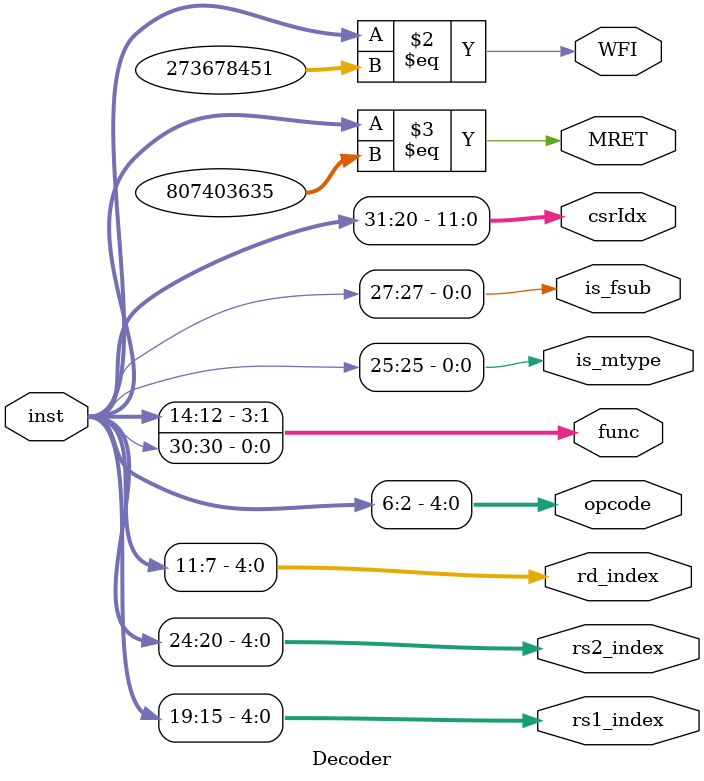
<source format=sv>
module Decoder (
    input  logic [31:0] inst,
    output logic [4:0]  rs1_index,
    output logic [4:0]  rs2_index,
    output logic [4:0]  rd_index,
    output logic [4:0]  opcode,
    output logic [3:0]  func,
    output logic        is_mtype,
    output logic        is_fsub,
    output logic [11:0] csrIdx,
    output logic        WFI,
    output logic        MRET
);

    // ============================================================
    // Decode fields from instruction
    // ============================================================
    always_comb begin
        rs1_index  = inst[19:15];
        rs2_index  = inst[24:20];
        rd_index   = inst[11:7];
        opcode     = inst[6:2];
        func       = {inst[14:12], inst[30]};
        is_mtype   = inst[25];
        is_fsub    = inst[27];
        csrIdx     = inst[31:20];
        WFI        = (inst == 32'h1050_0073);
        MRET       = (inst == 32'h3020_0073);
    end

endmodule

</source>
